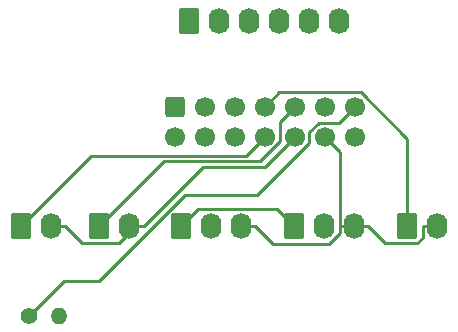
<source format=gbr>
G04 #@! TF.GenerationSoftware,KiCad,Pcbnew,7.0.9*
G04 #@! TF.CreationDate,2024-01-17T05:20:41+10:00*
G04 #@! TF.ProjectId,CONTROLLER_Radar Altimeter-V02,434f4e54-524f-44c4-9c45-525f52616461,1*
G04 #@! TF.SameCoordinates,Original*
G04 #@! TF.FileFunction,Copper,L1,Top*
G04 #@! TF.FilePolarity,Positive*
%FSLAX46Y46*%
G04 Gerber Fmt 4.6, Leading zero omitted, Abs format (unit mm)*
G04 Created by KiCad (PCBNEW 7.0.9) date 2024-01-17 05:20:41*
%MOMM*%
%LPD*%
G01*
G04 APERTURE LIST*
G04 Aperture macros list*
%AMRoundRect*
0 Rectangle with rounded corners*
0 $1 Rounding radius*
0 $2 $3 $4 $5 $6 $7 $8 $9 X,Y pos of 4 corners*
0 Add a 4 corners polygon primitive as box body*
4,1,4,$2,$3,$4,$5,$6,$7,$8,$9,$2,$3,0*
0 Add four circle primitives for the rounded corners*
1,1,$1+$1,$2,$3*
1,1,$1+$1,$4,$5*
1,1,$1+$1,$6,$7*
1,1,$1+$1,$8,$9*
0 Add four rect primitives between the rounded corners*
20,1,$1+$1,$2,$3,$4,$5,0*
20,1,$1+$1,$4,$5,$6,$7,0*
20,1,$1+$1,$6,$7,$8,$9,0*
20,1,$1+$1,$8,$9,$2,$3,0*%
G04 Aperture macros list end*
G04 #@! TA.AperFunction,ComponentPad*
%ADD10RoundRect,0.250000X-0.620000X-0.845000X0.620000X-0.845000X0.620000X0.845000X-0.620000X0.845000X0*%
G04 #@! TD*
G04 #@! TA.AperFunction,ComponentPad*
%ADD11O,1.740000X2.190000*%
G04 #@! TD*
G04 #@! TA.AperFunction,ComponentPad*
%ADD12C,1.400000*%
G04 #@! TD*
G04 #@! TA.AperFunction,ComponentPad*
%ADD13O,1.400000X1.400000*%
G04 #@! TD*
G04 #@! TA.AperFunction,ComponentPad*
%ADD14RoundRect,0.250000X-0.600000X0.600000X-0.600000X-0.600000X0.600000X-0.600000X0.600000X0.600000X0*%
G04 #@! TD*
G04 #@! TA.AperFunction,ComponentPad*
%ADD15C,1.700000*%
G04 #@! TD*
G04 #@! TA.AperFunction,Conductor*
%ADD16C,0.250000*%
G04 #@! TD*
G04 APERTURE END LIST*
D10*
X64660000Y-75210000D03*
D11*
X67200000Y-75210000D03*
D10*
X31990000Y-75210000D03*
D11*
X34530000Y-75210000D03*
D10*
X45520000Y-75210000D03*
D11*
X48060000Y-75210000D03*
X50600000Y-75210000D03*
D10*
X46160000Y-57830000D03*
D11*
X48700000Y-57830000D03*
X51240000Y-57830000D03*
X53780000Y-57830000D03*
X56320000Y-57830000D03*
X58860000Y-57830000D03*
D12*
X32660000Y-82810000D03*
D13*
X35200000Y-82810000D03*
D10*
X55070000Y-75230000D03*
D11*
X57610000Y-75230000D03*
X60150000Y-75230000D03*
D10*
X38610000Y-75210000D03*
D11*
X41150000Y-75210000D03*
D14*
X44990000Y-65107500D03*
D15*
X44990000Y-67647500D03*
X47530000Y-65107500D03*
X47530000Y-67647500D03*
X50070000Y-65107500D03*
X50070000Y-67647500D03*
X52610000Y-65107500D03*
X52610000Y-67647500D03*
X55150000Y-65107500D03*
X55150000Y-67647500D03*
X57690000Y-65107500D03*
X57690000Y-67647500D03*
X60230000Y-65107500D03*
X60230000Y-67647500D03*
D16*
X46949800Y-73780200D02*
X45520000Y-75210000D01*
X53620200Y-73780200D02*
X46949800Y-73780200D01*
X55070000Y-75230000D02*
X53620200Y-73780200D01*
X44096500Y-69723500D02*
X38610000Y-75210000D01*
X52200400Y-69723500D02*
X44096500Y-69723500D01*
X53880000Y-68043900D02*
X52200400Y-69723500D01*
X53880000Y-66377500D02*
X53880000Y-68043900D01*
X55150000Y-65107500D02*
X53880000Y-66377500D01*
X66004700Y-76181200D02*
X66004700Y-75210000D01*
X65518400Y-76667500D02*
X66004700Y-76181200D01*
X62782800Y-76667500D02*
X65518400Y-76667500D01*
X61345300Y-75230000D02*
X62782800Y-76667500D01*
X60150000Y-75230000D02*
X61345300Y-75230000D01*
X67200000Y-75210000D02*
X66004700Y-75210000D01*
X58954700Y-75827600D02*
X58954700Y-75230000D01*
X58084600Y-76697700D02*
X58954700Y-75827600D01*
X53283000Y-76697700D02*
X58084600Y-76697700D01*
X51795300Y-75210000D02*
X53283000Y-76697700D01*
X50600000Y-75210000D02*
X51795300Y-75210000D01*
X60150000Y-75230000D02*
X58954700Y-75230000D01*
X58954700Y-68912200D02*
X58954700Y-75230000D01*
X57690000Y-67647500D02*
X58954700Y-68912200D01*
X64660000Y-67809800D02*
X64660000Y-75210000D01*
X60752200Y-63902000D02*
X64660000Y-67809800D01*
X53815500Y-63902000D02*
X60752200Y-63902000D01*
X52610000Y-65107500D02*
X53815500Y-63902000D01*
X37926800Y-69273200D02*
X31990000Y-75210000D01*
X50984300Y-69273200D02*
X37926800Y-69273200D01*
X52610000Y-67647500D02*
X50984300Y-69273200D01*
X35614700Y-79855300D02*
X32660000Y-82810000D01*
X38569000Y-79855300D02*
X35614700Y-79855300D01*
X45827800Y-72596500D02*
X38569000Y-79855300D01*
X51932000Y-72596500D02*
X45827800Y-72596500D01*
X56372300Y-68156200D02*
X51932000Y-72596500D01*
X56372300Y-67264200D02*
X56372300Y-68156200D01*
X57164400Y-66472100D02*
X56372300Y-67264200D01*
X58865400Y-66472100D02*
X57164400Y-66472100D01*
X60230000Y-65107500D02*
X58865400Y-66472100D01*
X41747700Y-75210000D02*
X41733700Y-75210000D01*
X41150000Y-75210000D02*
X41733700Y-75210000D01*
X41747700Y-75210000D02*
X42345300Y-75210000D01*
X37174700Y-76659400D02*
X35725300Y-75210000D01*
X40284300Y-76659400D02*
X37174700Y-76659400D01*
X41733700Y-75210000D02*
X40284300Y-76659400D01*
X34530000Y-75210000D02*
X35725300Y-75210000D01*
X47381400Y-70173900D02*
X42345300Y-75210000D01*
X52623600Y-70173900D02*
X47381400Y-70173900D01*
X55150000Y-67647500D02*
X52623600Y-70173900D01*
M02*

</source>
